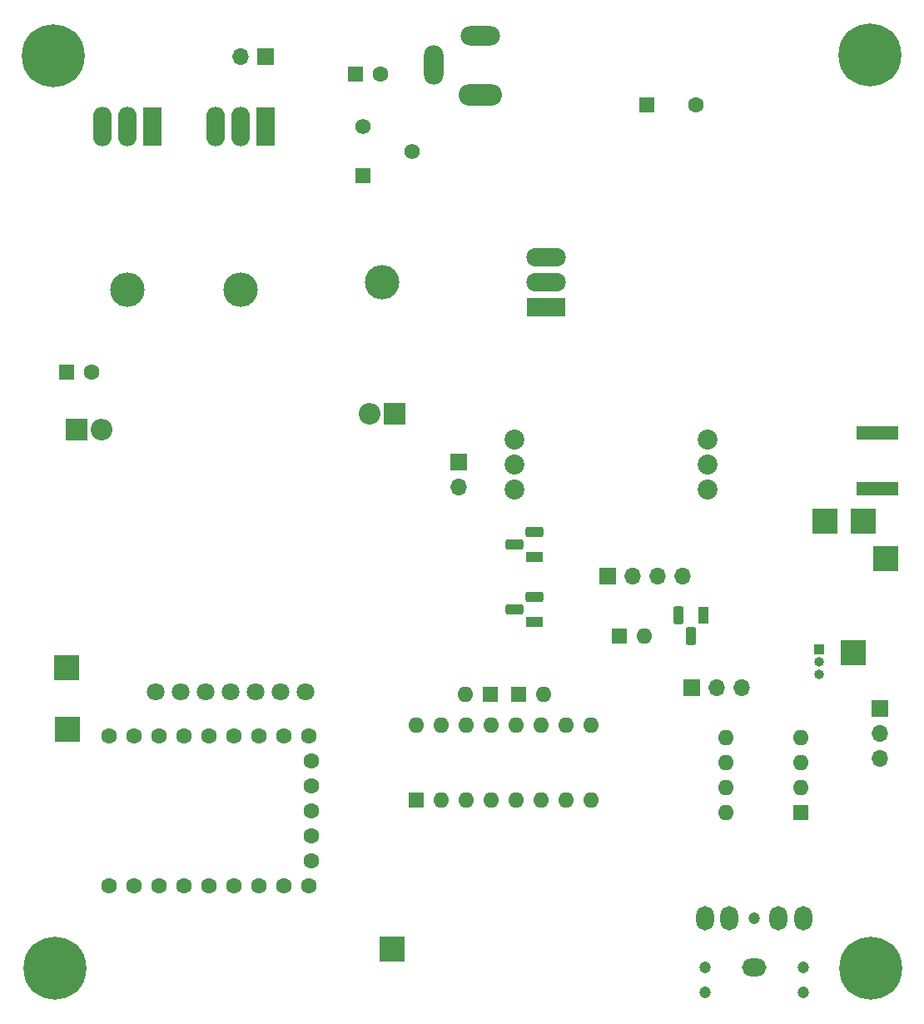
<source format=gbr>
%TF.GenerationSoftware,KiCad,Pcbnew,8.99.0-unknown-498d2c9db1~178~ubuntu22.04.1*%
%TF.CreationDate,2024-05-19T12:04:38+05:30*%
%TF.ProjectId,DDX-1-R2.01,4444582d-312d-4523-922e-30312e6b6963,rev?*%
%TF.SameCoordinates,Original*%
%TF.FileFunction,Soldermask,Bot*%
%TF.FilePolarity,Negative*%
%FSLAX46Y46*%
G04 Gerber Fmt 4.6, Leading zero omitted, Abs format (unit mm)*
G04 Created by KiCad (PCBNEW 8.99.0-unknown-498d2c9db1~178~ubuntu22.04.1) date 2024-05-19 12:04:38*
%MOMM*%
%LPD*%
G01*
G04 APERTURE LIST*
G04 Aperture macros list*
%AMRoundRect*
0 Rectangle with rounded corners*
0 $1 Rounding radius*
0 $2 $3 $4 $5 $6 $7 $8 $9 X,Y pos of 4 corners*
0 Add a 4 corners polygon primitive as box body*
4,1,4,$2,$3,$4,$5,$6,$7,$8,$9,$2,$3,0*
0 Add four circle primitives for the rounded corners*
1,1,$1+$1,$2,$3*
1,1,$1+$1,$4,$5*
1,1,$1+$1,$6,$7*
1,1,$1+$1,$8,$9*
0 Add four rect primitives between the rounded corners*
20,1,$1+$1,$2,$3,$4,$5,0*
20,1,$1+$1,$4,$5,$6,$7,0*
20,1,$1+$1,$6,$7,$8,$9,0*
20,1,$1+$1,$8,$9,$2,$3,0*%
G04 Aperture macros list end*
%ADD10O,3.500000X3.500000*%
%ADD11R,4.000000X1.905000*%
%ADD12O,4.000000X1.905000*%
%ADD13R,1.600000X1.600000*%
%ADD14C,1.600000*%
%ADD15R,2.500000X2.500000*%
%ADD16R,1.560000X1.560000*%
%ADD17C,1.560000*%
%ADD18R,2.200000X2.200000*%
%ADD19O,2.200000X2.200000*%
%ADD20C,0.800000*%
%ADD21C,6.400000*%
%ADD22R,4.200000X1.350000*%
%ADD23O,1.600000X1.600000*%
%ADD24C,2.020000*%
%ADD25O,4.400000X2.200000*%
%ADD26O,4.000000X2.000000*%
%ADD27O,2.000000X4.000000*%
%ADD28R,1.700000X1.700000*%
%ADD29O,1.700000X1.700000*%
%ADD30C,1.200000*%
%ADD31O,1.800000X2.500000*%
%ADD32O,2.500000X1.800000*%
%ADD33R,1.905000X4.000000*%
%ADD34O,1.905000X4.000000*%
%ADD35R,1.800000X1.100000*%
%ADD36RoundRect,0.275000X0.625000X-0.275000X0.625000X0.275000X-0.625000X0.275000X-0.625000X-0.275000X0*%
%ADD37R,1.000000X1.000000*%
%ADD38O,1.000000X1.000000*%
%ADD39R,1.100000X1.800000*%
%ADD40RoundRect,0.275000X0.275000X0.625000X-0.275000X0.625000X-0.275000X-0.625000X0.275000X-0.625000X0*%
%ADD41C,1.800000*%
G04 APERTURE END LIST*
D10*
%TO.C,Q2*%
X173876000Y-89407000D03*
D11*
X190536000Y-91947000D03*
D12*
X190536000Y-89407000D03*
X190536000Y-86867000D03*
%TD*%
D13*
%TO.C,C5*%
X200797349Y-71350000D03*
D14*
X205797349Y-71350000D03*
%TD*%
D13*
%TO.C,C14*%
X171169888Y-68175000D03*
D14*
X173669888Y-68175000D03*
%TD*%
D15*
%TO.C,TP1*%
X141840000Y-134880000D03*
%TD*%
D16*
%TO.C,RV1*%
X171910000Y-78550000D03*
D17*
X176910000Y-76050000D03*
X171910000Y-73550000D03*
%TD*%
D13*
%TO.C,C44*%
X141820000Y-98540000D03*
D14*
X144320000Y-98540000D03*
%TD*%
D15*
%TO.C,TP7*%
X221790000Y-127070000D03*
%TD*%
D18*
%TO.C,D5*%
X142780000Y-104370000D03*
D19*
X145320000Y-104370000D03*
%TD*%
D20*
%TO.C,H3*%
X138152944Y-159132944D03*
X138855888Y-157435888D03*
X138855888Y-160830000D03*
X140552944Y-156732944D03*
D21*
X140552944Y-159132944D03*
D20*
X140552944Y-161532944D03*
X142250000Y-157435888D03*
X142250000Y-160830000D03*
X142952944Y-159132944D03*
%TD*%
D22*
%TO.C,ANTENNA1*%
X224230000Y-110380000D03*
X224230000Y-104730000D03*
%TD*%
D13*
%TO.C,D3*%
X197970000Y-125390000D03*
D23*
X200510000Y-125390000D03*
%TD*%
D24*
%TO.C,BPF2*%
X187340000Y-105370000D03*
X187340000Y-107910000D03*
X187340000Y-110450000D03*
X207010000Y-105370000D03*
X207010000Y-107910000D03*
X207010000Y-110450000D03*
%TD*%
D25*
%TO.C,Power1*%
X183850000Y-70312500D03*
D26*
X183850000Y-64312500D03*
D27*
X179150000Y-67312500D03*
%TD*%
D28*
%TO.C,VOL1*%
X205334000Y-130580000D03*
D29*
X207874000Y-130580000D03*
X210414000Y-130580000D03*
%TD*%
D30*
%TO.C,SPK1*%
X206680000Y-161590000D03*
X216680000Y-161590000D03*
X206680000Y-159090000D03*
X216680000Y-159090000D03*
X211680000Y-154090000D03*
D31*
X206680000Y-154090000D03*
X209180000Y-154090000D03*
D32*
X211680000Y-159090000D03*
D31*
X216680000Y-154090000D03*
X214180000Y-154090000D03*
%TD*%
D13*
%TO.C,U7*%
X177356000Y-142058000D03*
D23*
X179896000Y-142058000D03*
X182436000Y-142058000D03*
X184976000Y-142058000D03*
X187516000Y-142058000D03*
X190056000Y-142058000D03*
X192596000Y-142058000D03*
X195136000Y-142058000D03*
X195136000Y-134438000D03*
X192596000Y-134438000D03*
X190056000Y-134438000D03*
X187516000Y-134438000D03*
X184976000Y-134438000D03*
X182436000Y-134438000D03*
X179896000Y-134438000D03*
X177356000Y-134438000D03*
%TD*%
D13*
%TO.C,D9*%
X187714315Y-131280000D03*
D23*
X190254315Y-131280000D03*
%TD*%
D20*
%TO.C,H4*%
X221130000Y-159130000D03*
X221832944Y-157432944D03*
X221832944Y-160827056D03*
X223530000Y-156730000D03*
D21*
X223530000Y-159130000D03*
D20*
X223530000Y-161530000D03*
X225227056Y-157432944D03*
X225227056Y-160827056D03*
X225930000Y-159130000D03*
%TD*%
D15*
%TO.C,TP2*%
X141770000Y-128540000D03*
%TD*%
%TO.C,TP3*%
X218920000Y-113650000D03*
%TD*%
D10*
%TO.C,U1*%
X147980000Y-90170000D03*
D33*
X150520000Y-73510000D03*
D34*
X147980000Y-73510000D03*
X145440000Y-73510000D03*
%TD*%
D13*
%TO.C,U8*%
X216496000Y-143333000D03*
D23*
X216496000Y-140793000D03*
X216496000Y-138253000D03*
X216496000Y-135713000D03*
X208876000Y-135713000D03*
X208876000Y-138253000D03*
X208876000Y-140793000D03*
X208876000Y-143333000D03*
%TD*%
D18*
%TO.C,D4*%
X175143234Y-102750000D03*
D19*
X172603234Y-102750000D03*
%TD*%
D15*
%TO.C,TP6*%
X225070000Y-117490000D03*
%TD*%
D35*
%TO.C,Q3*%
X189380000Y-123920000D03*
D36*
X187310000Y-122650000D03*
X189380000Y-121380000D03*
%TD*%
D28*
%TO.C,J2*%
X196790000Y-119290000D03*
D29*
X199330000Y-119290000D03*
X201870000Y-119290000D03*
X204410000Y-119290000D03*
%TD*%
D14*
%TO.C,RZ1*%
X146110000Y-135550000D03*
X148650000Y-135550000D03*
X151190000Y-135550000D03*
X153730000Y-135550000D03*
X156270000Y-135550000D03*
X158810000Y-135550000D03*
X161350000Y-135550000D03*
X163890000Y-135550000D03*
X166430000Y-135550000D03*
X166640000Y-138090000D03*
X166640000Y-140630000D03*
X166640000Y-143170000D03*
X166640000Y-145710000D03*
X166640000Y-148250000D03*
X166430000Y-150790000D03*
X163890000Y-150790000D03*
X161350000Y-150790000D03*
X158810000Y-150790000D03*
X156270000Y-150790000D03*
X153730000Y-150790000D03*
X151190000Y-150790000D03*
X146110000Y-150790000D03*
X148650000Y-150790000D03*
%TD*%
D28*
%TO.C,GAIN1*%
X224510000Y-132740000D03*
D29*
X224510000Y-135280000D03*
X224510000Y-137820000D03*
%TD*%
D20*
%TO.C,H1*%
X138042944Y-66312944D03*
X138745888Y-64615888D03*
X138745888Y-68010000D03*
X140442944Y-63912944D03*
D21*
X140442944Y-66312944D03*
D20*
X140442944Y-68712944D03*
X142140000Y-64615888D03*
X142140000Y-68010000D03*
X142842944Y-66312944D03*
%TD*%
D13*
%TO.C,D8*%
X184916000Y-131248000D03*
D23*
X182376000Y-131248000D03*
%TD*%
D37*
%TO.C,GAIN2*%
X218300000Y-126720000D03*
D38*
X218300000Y-127990000D03*
X218300000Y-129260000D03*
%TD*%
D10*
%TO.C,U3*%
X159480000Y-90170000D03*
D33*
X162020000Y-73510000D03*
D34*
X159480000Y-73510000D03*
X156940000Y-73510000D03*
%TD*%
D20*
%TO.C,H2*%
X221057056Y-66302944D03*
X221760000Y-64605888D03*
X221760000Y-68000000D03*
X223457056Y-63902944D03*
D21*
X223457056Y-66302944D03*
D20*
X223457056Y-68702944D03*
X225154112Y-64605888D03*
X225154112Y-68000000D03*
X225857056Y-66302944D03*
%TD*%
D35*
%TO.C,Q4*%
X189370000Y-117340000D03*
D36*
X187300000Y-116070000D03*
X189370000Y-114800000D03*
%TD*%
D28*
%TO.C,JP1*%
X181680000Y-107700000D03*
D29*
X181680000Y-110240000D03*
%TD*%
D28*
%TO.C,JP2*%
X162030000Y-66400000D03*
D29*
X159490000Y-66400000D03*
%TD*%
D15*
%TO.C,TP5*%
X174900000Y-157200000D03*
%TD*%
%TO.C,TP4*%
X222840000Y-113670000D03*
%TD*%
D39*
%TO.C,Q1*%
X206530000Y-123260000D03*
D40*
X205260000Y-125330000D03*
X203990000Y-123260000D03*
%TD*%
D41*
%TO.C,U5*%
X166070500Y-131043200D03*
X163530500Y-131043200D03*
X160990500Y-131043200D03*
X158450500Y-131043200D03*
X155910500Y-131043200D03*
X153370500Y-131043200D03*
X150830500Y-131043200D03*
%TD*%
M02*

</source>
